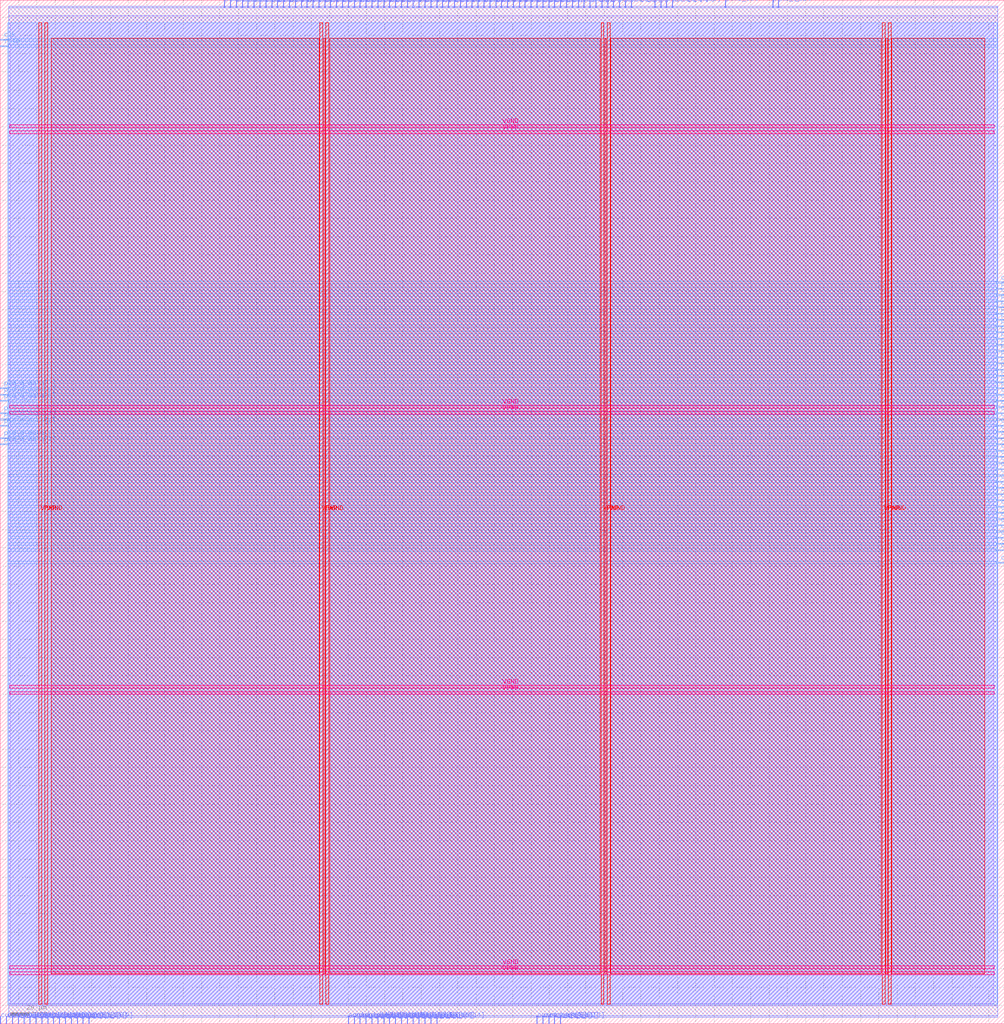
<source format=lef>
VERSION 5.7 ;
  NOWIREEXTENSIONATPIN ON ;
  DIVIDERCHAR "/" ;
  BUSBITCHARS "[]" ;
MACRO top
  CLASS BLOCK ;
  FOREIGN top ;
  ORIGIN 0.000 0.000 ;
  SIZE 548.510 BY 559.230 ;
  PIN VGND
    DIRECTION INOUT ;
    USE GROUND ;
    PORT
      LAYER met4 ;
        RECT 24.340 10.640 25.940 546.960 ;
    END
    PORT
      LAYER met4 ;
        RECT 177.940 10.640 179.540 546.960 ;
    END
    PORT
      LAYER met4 ;
        RECT 331.540 10.640 333.140 546.960 ;
    END
    PORT
      LAYER met4 ;
        RECT 485.140 10.640 486.740 546.960 ;
    END
    PORT
      LAYER met5 ;
        RECT 5.280 30.030 543.040 31.630 ;
    END
    PORT
      LAYER met5 ;
        RECT 5.280 183.210 543.040 184.810 ;
    END
    PORT
      LAYER met5 ;
        RECT 5.280 336.390 543.040 337.990 ;
    END
    PORT
      LAYER met5 ;
        RECT 5.280 489.570 543.040 491.170 ;
    END
  END VGND
  PIN VPWR
    DIRECTION INOUT ;
    USE POWER ;
    PORT
      LAYER met4 ;
        RECT 21.040 10.640 22.640 546.960 ;
    END
    PORT
      LAYER met4 ;
        RECT 174.640 10.640 176.240 546.960 ;
    END
    PORT
      LAYER met4 ;
        RECT 328.240 10.640 329.840 546.960 ;
    END
    PORT
      LAYER met4 ;
        RECT 481.840 10.640 483.440 546.960 ;
    END
    PORT
      LAYER met5 ;
        RECT 5.280 26.730 543.040 28.330 ;
    END
    PORT
      LAYER met5 ;
        RECT 5.280 179.910 543.040 181.510 ;
    END
    PORT
      LAYER met5 ;
        RECT 5.280 333.090 543.040 334.690 ;
    END
    PORT
      LAYER met5 ;
        RECT 5.280 486.270 543.040 487.870 ;
    END
  END VPWR
  PIN angle_in[0]
    DIRECTION INPUT ;
    USE SIGNAL ;
    ANTENNAGATEAREA 0.196500 ;
    PORT
      LAYER met2 ;
        RECT 190.070 0.000 190.350 4.000 ;
    END
  END angle_in[0]
  PIN angle_in[10]
    DIRECTION INPUT ;
    USE SIGNAL ;
    ANTENNAGATEAREA 0.196500 ;
    PORT
      LAYER met2 ;
        RECT 193.290 0.000 193.570 4.000 ;
    END
  END angle_in[10]
  PIN angle_in[11]
    DIRECTION INPUT ;
    USE SIGNAL ;
    ANTENNAGATEAREA 0.196500 ;
    PORT
      LAYER met2 ;
        RECT 202.950 0.000 203.230 4.000 ;
    END
  END angle_in[11]
  PIN angle_in[12]
    DIRECTION INPUT ;
    USE SIGNAL ;
    ANTENNAGATEAREA 0.196500 ;
    PORT
      LAYER met2 ;
        RECT 206.170 0.000 206.450 4.000 ;
    END
  END angle_in[12]
  PIN angle_in[13]
    DIRECTION INPUT ;
    USE SIGNAL ;
    ANTENNAGATEAREA 0.196500 ;
    PORT
      LAYER met2 ;
        RECT 199.730 0.000 200.010 4.000 ;
    END
  END angle_in[13]
  PIN angle_in[14]
    DIRECTION INPUT ;
    USE SIGNAL ;
    ANTENNAGATEAREA 0.196500 ;
    PORT
      LAYER met2 ;
        RECT 238.370 0.000 238.650 4.000 ;
    END
  END angle_in[14]
  PIN angle_in[15]
    DIRECTION INPUT ;
    USE SIGNAL ;
    ANTENNAGATEAREA 0.196500 ;
    PORT
      LAYER met2 ;
        RECT 231.930 0.000 232.210 4.000 ;
    END
  END angle_in[15]
  PIN angle_in[1]
    DIRECTION INPUT ;
    USE SIGNAL ;
    ANTENNAGATEAREA 0.196500 ;
    PORT
      LAYER met2 ;
        RECT 212.610 0.000 212.890 4.000 ;
    END
  END angle_in[1]
  PIN angle_in[2]
    DIRECTION INPUT ;
    USE SIGNAL ;
    ANTENNAGATEAREA 0.196500 ;
    PORT
      LAYER met2 ;
        RECT 196.510 0.000 196.790 4.000 ;
    END
  END angle_in[2]
  PIN angle_in[3]
    DIRECTION INPUT ;
    USE SIGNAL ;
    ANTENNAGATEAREA 0.196500 ;
    PORT
      LAYER met2 ;
        RECT 225.490 0.000 225.770 4.000 ;
    END
  END angle_in[3]
  PIN angle_in[4]
    DIRECTION INPUT ;
    USE SIGNAL ;
    ANTENNAGATEAREA 0.196500 ;
    PORT
      LAYER met2 ;
        RECT 235.150 0.000 235.430 4.000 ;
    END
  END angle_in[4]
  PIN angle_in[5]
    DIRECTION INPUT ;
    USE SIGNAL ;
    ANTENNAGATEAREA 0.196500 ;
    PORT
      LAYER met2 ;
        RECT 219.050 0.000 219.330 4.000 ;
    END
  END angle_in[5]
  PIN angle_in[6]
    DIRECTION INPUT ;
    USE SIGNAL ;
    ANTENNAGATEAREA 0.196500 ;
    PORT
      LAYER met2 ;
        RECT 222.270 0.000 222.550 4.000 ;
    END
  END angle_in[6]
  PIN angle_in[7]
    DIRECTION INPUT ;
    USE SIGNAL ;
    ANTENNAGATEAREA 0.196500 ;
    PORT
      LAYER met2 ;
        RECT 228.710 0.000 228.990 4.000 ;
    END
  END angle_in[7]
  PIN angle_in[8]
    DIRECTION INPUT ;
    USE SIGNAL ;
    ANTENNAGATEAREA 0.196500 ;
    PORT
      LAYER met2 ;
        RECT 215.830 0.000 216.110 4.000 ;
    END
  END angle_in[8]
  PIN angle_in[9]
    DIRECTION INPUT ;
    USE SIGNAL ;
    ANTENNAGATEAREA 0.196500 ;
    PORT
      LAYER met2 ;
        RECT 209.390 0.000 209.670 4.000 ;
    END
  END angle_in[9]
  PIN clk
    DIRECTION INPUT ;
    USE SIGNAL ;
    ANTENNAGATEAREA 0.852000 ;
    PORT
      LAYER met3 ;
        RECT 0.000 537.240 4.000 537.840 ;
    END
  END clk
  PIN currA_in[0]
    DIRECTION INPUT ;
    USE SIGNAL ;
    ANTENNAGATEAREA 0.196500 ;
    PORT
      LAYER met3 ;
        RECT 544.510 251.640 548.510 252.240 ;
    END
  END currA_in[0]
  PIN currA_in[10]
    DIRECTION INPUT ;
    USE SIGNAL ;
    ANTENNAGATEAREA 0.196500 ;
    PORT
      LAYER met3 ;
        RECT 544.510 343.440 548.510 344.040 ;
    END
  END currA_in[10]
  PIN currA_in[11]
    DIRECTION INPUT ;
    USE SIGNAL ;
    ANTENNAGATEAREA 0.196500 ;
    PORT
      LAYER met3 ;
        RECT 544.510 340.040 548.510 340.640 ;
    END
  END currA_in[11]
  PIN currA_in[12]
    DIRECTION INPUT ;
    USE SIGNAL ;
    ANTENNAGATEAREA 0.196500 ;
    PORT
      LAYER met3 ;
        RECT 544.510 302.640 548.510 303.240 ;
    END
  END currA_in[12]
  PIN currA_in[13]
    DIRECTION INPUT ;
    USE SIGNAL ;
    ANTENNAGATEAREA 0.196500 ;
    PORT
      LAYER met3 ;
        RECT 544.510 323.040 548.510 323.640 ;
    END
  END currA_in[13]
  PIN currA_in[14]
    DIRECTION INPUT ;
    USE SIGNAL ;
    ANTENNAGATEAREA 0.196500 ;
    PORT
      LAYER met3 ;
        RECT 544.510 333.240 548.510 333.840 ;
    END
  END currA_in[14]
  PIN currA_in[15]
    DIRECTION INPUT ;
    USE SIGNAL ;
    ANTENNAGATEAREA 0.196500 ;
    PORT
      LAYER met3 ;
        RECT 544.510 329.840 548.510 330.440 ;
    END
  END currA_in[15]
  PIN currA_in[1]
    DIRECTION INPUT ;
    USE SIGNAL ;
    ANTENNAGATEAREA 0.196500 ;
    PORT
      LAYER met2 ;
        RECT 293.110 0.000 293.390 4.000 ;
    END
  END currA_in[1]
  PIN currA_in[2]
    DIRECTION INPUT ;
    USE SIGNAL ;
    ANTENNAGATEAREA 0.196500 ;
    PORT
      LAYER met2 ;
        RECT 302.770 0.000 303.050 4.000 ;
    END
  END currA_in[2]
  PIN currA_in[3]
    DIRECTION INPUT ;
    USE SIGNAL ;
    ANTENNAGATEAREA 0.196500 ;
    PORT
      LAYER met2 ;
        RECT 305.990 0.000 306.270 4.000 ;
    END
  END currA_in[3]
  PIN currA_in[4]
    DIRECTION INPUT ;
    USE SIGNAL ;
    ANTENNAGATEAREA 0.196500 ;
    PORT
      LAYER met2 ;
        RECT 299.550 0.000 299.830 4.000 ;
    END
  END currA_in[4]
  PIN currA_in[5]
    DIRECTION INPUT ;
    USE SIGNAL ;
    ANTENNAGATEAREA 0.196500 ;
    PORT
      LAYER met2 ;
        RECT 296.330 0.000 296.610 4.000 ;
    END
  END currA_in[5]
  PIN currA_in[6]
    DIRECTION INPUT ;
    USE SIGNAL ;
    ANTENNAGATEAREA 0.196500 ;
    PORT
      LAYER met3 ;
        RECT 544.510 258.440 548.510 259.040 ;
    END
  END currA_in[6]
  PIN currA_in[7]
    DIRECTION INPUT ;
    USE SIGNAL ;
    ANTENNAGATEAREA 0.196500 ;
    PORT
      LAYER met3 ;
        RECT 544.510 275.440 548.510 276.040 ;
    END
  END currA_in[7]
  PIN currA_in[8]
    DIRECTION INPUT ;
    USE SIGNAL ;
    ANTENNAGATEAREA 0.196500 ;
    PORT
      LAYER met3 ;
        RECT 544.510 289.040 548.510 289.640 ;
    END
  END currA_in[8]
  PIN currA_in[9]
    DIRECTION INPUT ;
    USE SIGNAL ;
    ANTENNAGATEAREA 0.196500 ;
    PORT
      LAYER met3 ;
        RECT 544.510 295.840 548.510 296.440 ;
    END
  END currA_in[9]
  PIN currB_in[0]
    DIRECTION INPUT ;
    USE SIGNAL ;
    ANTENNAGATEAREA 0.196500 ;
    PORT
      LAYER met3 ;
        RECT 544.510 299.240 548.510 299.840 ;
    END
  END currB_in[0]
  PIN currB_in[10]
    DIRECTION INPUT ;
    USE SIGNAL ;
    ANTENNAGATEAREA 0.196500 ;
    PORT
      LAYER met3 ;
        RECT 544.510 306.040 548.510 306.640 ;
    END
  END currB_in[10]
  PIN currB_in[11]
    DIRECTION INPUT ;
    USE SIGNAL ;
    ANTENNAGATEAREA 0.196500 ;
    PORT
      LAYER met3 ;
        RECT 544.510 309.440 548.510 310.040 ;
    END
  END currB_in[11]
  PIN currB_in[12]
    DIRECTION INPUT ;
    USE SIGNAL ;
    ANTENNAGATEAREA 0.196500 ;
    PORT
      LAYER met3 ;
        RECT 544.510 272.040 548.510 272.640 ;
    END
  END currB_in[12]
  PIN currB_in[13]
    DIRECTION INPUT ;
    USE SIGNAL ;
    ANTENNAGATEAREA 0.196500 ;
    PORT
      LAYER met3 ;
        RECT 544.510 316.240 548.510 316.840 ;
    END
  END currB_in[13]
  PIN currB_in[14]
    DIRECTION INPUT ;
    USE SIGNAL ;
    ANTENNAGATEAREA 0.196500 ;
    PORT
      LAYER met3 ;
        RECT 544.510 336.640 548.510 337.240 ;
    END
  END currB_in[14]
  PIN currB_in[15]
    DIRECTION INPUT ;
    USE SIGNAL ;
    ANTENNAGATEAREA 0.196500 ;
    PORT
      LAYER met3 ;
        RECT 544.510 319.640 548.510 320.240 ;
    END
  END currB_in[15]
  PIN currB_in[1]
    DIRECTION INPUT ;
    USE SIGNAL ;
    ANTENNAGATEAREA 0.196500 ;
    PORT
      LAYER met3 ;
        RECT 544.510 292.440 548.510 293.040 ;
    END
  END currB_in[1]
  PIN currB_in[2]
    DIRECTION INPUT ;
    USE SIGNAL ;
    ANTENNAGATEAREA 0.196500 ;
    PORT
      LAYER met3 ;
        RECT 544.510 285.640 548.510 286.240 ;
    END
  END currB_in[2]
  PIN currB_in[3]
    DIRECTION INPUT ;
    USE SIGNAL ;
    ANTENNAGATEAREA 0.196500 ;
    PORT
      LAYER met3 ;
        RECT 544.510 282.240 548.510 282.840 ;
    END
  END currB_in[3]
  PIN currB_in[4]
    DIRECTION INPUT ;
    USE SIGNAL ;
    ANTENNAGATEAREA 0.196500 ;
    PORT
      LAYER met3 ;
        RECT 544.510 261.840 548.510 262.440 ;
    END
  END currB_in[4]
  PIN currB_in[5]
    DIRECTION INPUT ;
    USE SIGNAL ;
    ANTENNAGATEAREA 0.196500 ;
    PORT
      LAYER met3 ;
        RECT 544.510 312.840 548.510 313.440 ;
    END
  END currB_in[5]
  PIN currB_in[6]
    DIRECTION INPUT ;
    USE SIGNAL ;
    ANTENNAGATEAREA 0.196500 ;
    PORT
      LAYER met3 ;
        RECT 544.510 326.440 548.510 327.040 ;
    END
  END currB_in[6]
  PIN currB_in[7]
    DIRECTION INPUT ;
    USE SIGNAL ;
    ANTENNAGATEAREA 0.196500 ;
    PORT
      LAYER met3 ;
        RECT 544.510 265.240 548.510 265.840 ;
    END
  END currB_in[7]
  PIN currB_in[8]
    DIRECTION INPUT ;
    USE SIGNAL ;
    ANTENNAGATEAREA 0.196500 ;
    PORT
      LAYER met3 ;
        RECT 544.510 268.640 548.510 269.240 ;
    END
  END currB_in[8]
  PIN currB_in[9]
    DIRECTION INPUT ;
    USE SIGNAL ;
    ANTENNAGATEAREA 0.196500 ;
    PORT
      LAYER met3 ;
        RECT 544.510 278.840 548.510 279.440 ;
    END
  END currB_in[9]
  PIN currC_in[0]
    DIRECTION INPUT ;
    USE SIGNAL ;
    PORT
      LAYER met2 ;
        RECT 0.090 0.000 0.370 4.000 ;
    END
  END currC_in[0]
  PIN currC_in[10]
    DIRECTION INPUT ;
    USE SIGNAL ;
    PORT
      LAYER met2 ;
        RECT 3.310 0.000 3.590 4.000 ;
    END
  END currC_in[10]
  PIN currC_in[11]
    DIRECTION INPUT ;
    USE SIGNAL ;
    PORT
      LAYER met2 ;
        RECT 6.530 0.000 6.810 4.000 ;
    END
  END currC_in[11]
  PIN currC_in[12]
    DIRECTION INPUT ;
    USE SIGNAL ;
    PORT
      LAYER met2 ;
        RECT 9.750 0.000 10.030 4.000 ;
    END
  END currC_in[12]
  PIN currC_in[13]
    DIRECTION INPUT ;
    USE SIGNAL ;
    PORT
      LAYER met2 ;
        RECT 12.970 0.000 13.250 4.000 ;
    END
  END currC_in[13]
  PIN currC_in[14]
    DIRECTION INPUT ;
    USE SIGNAL ;
    PORT
      LAYER met2 ;
        RECT 16.190 0.000 16.470 4.000 ;
    END
  END currC_in[14]
  PIN currC_in[15]
    DIRECTION INPUT ;
    USE SIGNAL ;
    PORT
      LAYER met2 ;
        RECT 19.410 0.000 19.690 4.000 ;
    END
  END currC_in[15]
  PIN currC_in[1]
    DIRECTION INPUT ;
    USE SIGNAL ;
    PORT
      LAYER met2 ;
        RECT 22.630 0.000 22.910 4.000 ;
    END
  END currC_in[1]
  PIN currC_in[2]
    DIRECTION INPUT ;
    USE SIGNAL ;
    PORT
      LAYER met2 ;
        RECT 25.850 0.000 26.130 4.000 ;
    END
  END currC_in[2]
  PIN currC_in[3]
    DIRECTION INPUT ;
    USE SIGNAL ;
    PORT
      LAYER met2 ;
        RECT 29.070 0.000 29.350 4.000 ;
    END
  END currC_in[3]
  PIN currC_in[4]
    DIRECTION INPUT ;
    USE SIGNAL ;
    PORT
      LAYER met2 ;
        RECT 32.290 0.000 32.570 4.000 ;
    END
  END currC_in[4]
  PIN currC_in[5]
    DIRECTION INPUT ;
    USE SIGNAL ;
    PORT
      LAYER met2 ;
        RECT 35.510 0.000 35.790 4.000 ;
    END
  END currC_in[5]
  PIN currC_in[6]
    DIRECTION INPUT ;
    USE SIGNAL ;
    PORT
      LAYER met2 ;
        RECT 38.730 0.000 39.010 4.000 ;
    END
  END currC_in[6]
  PIN currC_in[7]
    DIRECTION INPUT ;
    USE SIGNAL ;
    PORT
      LAYER met2 ;
        RECT 41.950 0.000 42.230 4.000 ;
    END
  END currC_in[7]
  PIN currC_in[8]
    DIRECTION INPUT ;
    USE SIGNAL ;
    PORT
      LAYER met2 ;
        RECT 45.170 0.000 45.450 4.000 ;
    END
  END currC_in[8]
  PIN currC_in[9]
    DIRECTION INPUT ;
    USE SIGNAL ;
    PORT
      LAYER met2 ;
        RECT 48.390 0.000 48.670 4.000 ;
    END
  END currC_in[9]
  PIN currT_in[0]
    DIRECTION INPUT ;
    USE SIGNAL ;
    ANTENNAGATEAREA 0.196500 ;
    PORT
      LAYER met2 ;
        RECT 309.210 555.230 309.490 559.230 ;
    END
  END currT_in[0]
  PIN currT_in[10]
    DIRECTION INPUT ;
    USE SIGNAL ;
    ANTENNAGATEAREA 0.196500 ;
    PORT
      LAYER met2 ;
        RECT 360.730 555.230 361.010 559.230 ;
    END
  END currT_in[10]
  PIN currT_in[11]
    DIRECTION INPUT ;
    USE SIGNAL ;
    ANTENNAGATEAREA 0.196500 ;
    PORT
      LAYER met3 ;
        RECT 544.510 397.840 548.510 398.440 ;
    END
  END currT_in[11]
  PIN currT_in[12]
    DIRECTION INPUT ;
    USE SIGNAL ;
    ANTENNAGATEAREA 0.196500 ;
    PORT
      LAYER met3 ;
        RECT 544.510 404.640 548.510 405.240 ;
    END
  END currT_in[12]
  PIN currT_in[13]
    DIRECTION INPUT ;
    USE SIGNAL ;
    ANTENNAGATEAREA 0.196500 ;
    PORT
      LAYER met2 ;
        RECT 367.170 555.230 367.450 559.230 ;
    END
  END currT_in[13]
  PIN currT_in[14]
    DIRECTION INPUT ;
    USE SIGNAL ;
    ANTENNAGATEAREA 0.196500 ;
    PORT
      LAYER met2 ;
        RECT 357.510 555.230 357.790 559.230 ;
    END
  END currT_in[14]
  PIN currT_in[15]
    DIRECTION INPUT ;
    USE SIGNAL ;
    ANTENNAGATEAREA 0.196500 ;
    PORT
      LAYER met2 ;
        RECT 363.950 555.230 364.230 559.230 ;
    END
  END currT_in[15]
  PIN currT_in[1]
    DIRECTION INPUT ;
    USE SIGNAL ;
    ANTENNAGATEAREA 0.196500 ;
    PORT
      LAYER met2 ;
        RECT 312.430 555.230 312.710 559.230 ;
    END
  END currT_in[1]
  PIN currT_in[2]
    DIRECTION INPUT ;
    USE SIGNAL ;
    ANTENNAGATEAREA 0.196500 ;
    PORT
      LAYER met2 ;
        RECT 322.090 555.230 322.370 559.230 ;
    END
  END currT_in[2]
  PIN currT_in[3]
    DIRECTION INPUT ;
    USE SIGNAL ;
    ANTENNAGATEAREA 0.196500 ;
    PORT
      LAYER met2 ;
        RECT 341.410 555.230 341.690 559.230 ;
    END
  END currT_in[3]
  PIN currT_in[4]
    DIRECTION INPUT ;
    USE SIGNAL ;
    ANTENNAGATEAREA 0.196500 ;
    PORT
      LAYER met2 ;
        RECT 334.970 555.230 335.250 559.230 ;
    END
  END currT_in[4]
  PIN currT_in[5]
    DIRECTION INPUT ;
    USE SIGNAL ;
    ANTENNAGATEAREA 0.196500 ;
    PORT
      LAYER met2 ;
        RECT 338.190 555.230 338.470 559.230 ;
    END
  END currT_in[5]
  PIN currT_in[6]
    DIRECTION INPUT ;
    USE SIGNAL ;
    ANTENNAGATEAREA 0.196500 ;
    PORT
      LAYER met2 ;
        RECT 331.750 555.230 332.030 559.230 ;
    END
  END currT_in[6]
  PIN currT_in[7]
    DIRECTION INPUT ;
    USE SIGNAL ;
    ANTENNAGATEAREA 0.196500 ;
    PORT
      LAYER met2 ;
        RECT 315.650 555.230 315.930 559.230 ;
    END
  END currT_in[7]
  PIN currT_in[8]
    DIRECTION INPUT ;
    USE SIGNAL ;
    ANTENNAGATEAREA 0.196500 ;
    PORT
      LAYER met2 ;
        RECT 318.870 555.230 319.150 559.230 ;
    END
  END currT_in[8]
  PIN currT_in[9]
    DIRECTION INPUT ;
    USE SIGNAL ;
    ANTENNAGATEAREA 0.196500 ;
    PORT
      LAYER met2 ;
        RECT 344.630 555.230 344.910 559.230 ;
    END
  END currT_in[9]
  PIN periodTop[0]
    DIRECTION INPUT ;
    USE SIGNAL ;
    ANTENNAGATEAREA 0.196500 ;
    PORT
      LAYER met3 ;
        RECT 544.510 391.040 548.510 391.640 ;
    END
  END periodTop[0]
  PIN periodTop[10]
    DIRECTION INPUT ;
    USE SIGNAL ;
    ANTENNAGATEAREA 0.196500 ;
    PORT
      LAYER met3 ;
        RECT 544.510 346.840 548.510 347.440 ;
    END
  END periodTop[10]
  PIN periodTop[11]
    DIRECTION INPUT ;
    USE SIGNAL ;
    ANTENNAGATEAREA 0.196500 ;
    PORT
      LAYER met3 ;
        RECT 544.510 401.240 548.510 401.840 ;
    END
  END periodTop[11]
  PIN periodTop[12]
    DIRECTION INPUT ;
    USE SIGNAL ;
    ANTENNAGATEAREA 0.196500 ;
    PORT
      LAYER met3 ;
        RECT 544.510 380.840 548.510 381.440 ;
    END
  END periodTop[12]
  PIN periodTop[13]
    DIRECTION INPUT ;
    USE SIGNAL ;
    ANTENNAGATEAREA 0.196500 ;
    PORT
      LAYER met3 ;
        RECT 544.510 387.640 548.510 388.240 ;
    END
  END periodTop[13]
  PIN periodTop[14]
    DIRECTION INPUT ;
    USE SIGNAL ;
    ANTENNAGATEAREA 0.196500 ;
    PORT
      LAYER met3 ;
        RECT 544.510 367.240 548.510 367.840 ;
    END
  END periodTop[14]
  PIN periodTop[15]
    DIRECTION INPUT ;
    USE SIGNAL ;
    ANTENNAGATEAREA 0.196500 ;
    PORT
      LAYER met3 ;
        RECT 544.510 353.640 548.510 354.240 ;
    END
  END periodTop[15]
  PIN periodTop[1]
    DIRECTION INPUT ;
    USE SIGNAL ;
    ANTENNAGATEAREA 0.196500 ;
    PORT
      LAYER met3 ;
        RECT 544.510 384.240 548.510 384.840 ;
    END
  END periodTop[1]
  PIN periodTop[2]
    DIRECTION INPUT ;
    USE SIGNAL ;
    ANTENNAGATEAREA 0.196500 ;
    PORT
      LAYER met3 ;
        RECT 544.510 374.040 548.510 374.640 ;
    END
  END periodTop[2]
  PIN periodTop[3]
    DIRECTION INPUT ;
    USE SIGNAL ;
    ANTENNAGATEAREA 0.196500 ;
    PORT
      LAYER met3 ;
        RECT 544.510 350.240 548.510 350.840 ;
    END
  END periodTop[3]
  PIN periodTop[4]
    DIRECTION INPUT ;
    USE SIGNAL ;
    ANTENNAGATEAREA 0.196500 ;
    PORT
      LAYER met3 ;
        RECT 544.510 357.040 548.510 357.640 ;
    END
  END periodTop[4]
  PIN periodTop[5]
    DIRECTION INPUT ;
    USE SIGNAL ;
    ANTENNAGATEAREA 0.196500 ;
    PORT
      LAYER met3 ;
        RECT 544.510 360.440 548.510 361.040 ;
    END
  END periodTop[5]
  PIN periodTop[6]
    DIRECTION INPUT ;
    USE SIGNAL ;
    ANTENNAGATEAREA 0.196500 ;
    PORT
      LAYER met3 ;
        RECT 544.510 363.840 548.510 364.440 ;
    END
  END periodTop[6]
  PIN periodTop[7]
    DIRECTION INPUT ;
    USE SIGNAL ;
    ANTENNAGATEAREA 0.196500 ;
    PORT
      LAYER met3 ;
        RECT 544.510 377.440 548.510 378.040 ;
    END
  END periodTop[7]
  PIN periodTop[8]
    DIRECTION INPUT ;
    USE SIGNAL ;
    ANTENNAGATEAREA 0.196500 ;
    PORT
      LAYER met3 ;
        RECT 544.510 394.440 548.510 395.040 ;
    END
  END periodTop[8]
  PIN periodTop[9]
    DIRECTION INPUT ;
    USE SIGNAL ;
    ANTENNAGATEAREA 0.196500 ;
    PORT
      LAYER met3 ;
        RECT 544.510 370.640 548.510 371.240 ;
    END
  END periodTop[9]
  PIN pid_d_addr[0]
    DIRECTION INPUT ;
    USE SIGNAL ;
    ANTENNAGATEAREA 0.196500 ;
    PORT
      LAYER met2 ;
        RECT 305.990 555.230 306.270 559.230 ;
    END
  END pid_d_addr[0]
  PIN pid_d_addr[10]
    DIRECTION INPUT ;
    USE SIGNAL ;
    ANTENNAGATEAREA 0.196500 ;
    PORT
      LAYER met2 ;
        RECT 122.450 555.230 122.730 559.230 ;
    END
  END pid_d_addr[10]
  PIN pid_d_addr[11]
    DIRECTION INPUT ;
    USE SIGNAL ;
    ANTENNAGATEAREA 0.196500 ;
    PORT
      LAYER met2 ;
        RECT 135.330 555.230 135.610 559.230 ;
    END
  END pid_d_addr[11]
  PIN pid_d_addr[12]
    DIRECTION INPUT ;
    USE SIGNAL ;
    ANTENNAGATEAREA 0.196500 ;
    PORT
      LAYER met2 ;
        RECT 138.550 555.230 138.830 559.230 ;
    END
  END pid_d_addr[12]
  PIN pid_d_addr[13]
    DIRECTION INPUT ;
    USE SIGNAL ;
    ANTENNAGATEAREA 0.196500 ;
    PORT
      LAYER met2 ;
        RECT 183.630 555.230 183.910 559.230 ;
    END
  END pid_d_addr[13]
  PIN pid_d_addr[14]
    DIRECTION INPUT ;
    USE SIGNAL ;
    ANTENNAGATEAREA 0.196500 ;
    PORT
      LAYER met2 ;
        RECT 144.990 555.230 145.270 559.230 ;
    END
  END pid_d_addr[14]
  PIN pid_d_addr[15]
    DIRECTION INPUT ;
    USE SIGNAL ;
    ANTENNAGATEAREA 0.196500 ;
    PORT
      LAYER met2 ;
        RECT 219.050 555.230 219.330 559.230 ;
    END
  END pid_d_addr[15]
  PIN pid_d_addr[1]
    DIRECTION INPUT ;
    USE SIGNAL ;
    ANTENNAGATEAREA 0.196500 ;
    PORT
      LAYER met2 ;
        RECT 190.070 555.230 190.350 559.230 ;
    END
  END pid_d_addr[1]
  PIN pid_d_addr[2]
    DIRECTION INPUT ;
    USE SIGNAL ;
    ANTENNAGATEAREA 0.196500 ;
    PORT
      LAYER met2 ;
        RECT 125.670 555.230 125.950 559.230 ;
    END
  END pid_d_addr[2]
  PIN pid_d_addr[3]
    DIRECTION INPUT ;
    USE SIGNAL ;
    ANTENNAGATEAREA 0.196500 ;
    PORT
      LAYER met2 ;
        RECT 225.490 555.230 225.770 559.230 ;
    END
  END pid_d_addr[3]
  PIN pid_d_addr[4]
    DIRECTION INPUT ;
    USE SIGNAL ;
    ANTENNAGATEAREA 0.196500 ;
    PORT
      LAYER met2 ;
        RECT 132.110 555.230 132.390 559.230 ;
    END
  END pid_d_addr[4]
  PIN pid_d_addr[5]
    DIRECTION INPUT ;
    USE SIGNAL ;
    ANTENNAGATEAREA 0.196500 ;
    PORT
      LAYER met2 ;
        RECT 161.090 555.230 161.370 559.230 ;
    END
  END pid_d_addr[5]
  PIN pid_d_addr[6]
    DIRECTION INPUT ;
    USE SIGNAL ;
    ANTENNAGATEAREA 0.196500 ;
    PORT
      LAYER met2 ;
        RECT 222.270 555.230 222.550 559.230 ;
    END
  END pid_d_addr[6]
  PIN pid_d_addr[7]
    DIRECTION INPUT ;
    USE SIGNAL ;
    ANTENNAGATEAREA 0.196500 ;
    PORT
      LAYER met2 ;
        RECT 164.310 555.230 164.590 559.230 ;
    END
  END pid_d_addr[7]
  PIN pid_d_addr[8]
    DIRECTION INPUT ;
    USE SIGNAL ;
    ANTENNAGATEAREA 0.196500 ;
    PORT
      LAYER met2 ;
        RECT 186.850 555.230 187.130 559.230 ;
    END
  END pid_d_addr[8]
  PIN pid_d_addr[9]
    DIRECTION INPUT ;
    USE SIGNAL ;
    ANTENNAGATEAREA 0.196500 ;
    PORT
      LAYER met2 ;
        RECT 215.830 555.230 216.110 559.230 ;
    END
  END pid_d_addr[9]
  PIN pid_d_data[0]
    DIRECTION INPUT ;
    USE SIGNAL ;
    ANTENNAGATEAREA 0.196500 ;
    PORT
      LAYER met3 ;
        RECT 0.000 333.240 4.000 333.840 ;
    END
  END pid_d_data[0]
  PIN pid_d_data[10]
    DIRECTION INPUT ;
    USE SIGNAL ;
    ANTENNAGATEAREA 0.196500 ;
    PORT
      LAYER met2 ;
        RECT 167.530 555.230 167.810 559.230 ;
    END
  END pid_d_data[10]
  PIN pid_d_data[11]
    DIRECTION INPUT ;
    USE SIGNAL ;
    ANTENNAGATEAREA 0.196500 ;
    PORT
      LAYER met2 ;
        RECT 199.730 555.230 200.010 559.230 ;
    END
  END pid_d_data[11]
  PIN pid_d_data[12]
    DIRECTION INPUT ;
    USE SIGNAL ;
    ANTENNAGATEAREA 0.196500 ;
    PORT
      LAYER met2 ;
        RECT 231.930 555.230 232.210 559.230 ;
    END
  END pid_d_data[12]
  PIN pid_d_data[13]
    DIRECTION INPUT ;
    USE SIGNAL ;
    ANTENNAGATEAREA 0.196500 ;
    PORT
      LAYER met2 ;
        RECT 202.950 555.230 203.230 559.230 ;
    END
  END pid_d_data[13]
  PIN pid_d_data[14]
    DIRECTION INPUT ;
    USE SIGNAL ;
    ANTENNAGATEAREA 0.196500 ;
    PORT
      LAYER met2 ;
        RECT 148.210 555.230 148.490 559.230 ;
    END
  END pid_d_data[14]
  PIN pid_d_data[15]
    DIRECTION INPUT ;
    USE SIGNAL ;
    ANTENNAGATEAREA 0.196500 ;
    PORT
      LAYER met2 ;
        RECT 157.870 555.230 158.150 559.230 ;
    END
  END pid_d_data[15]
  PIN pid_d_data[1]
    DIRECTION INPUT ;
    USE SIGNAL ;
    ANTENNAGATEAREA 0.196500 ;
    PORT
      LAYER met3 ;
        RECT 0.000 316.240 4.000 316.840 ;
    END
  END pid_d_data[1]
  PIN pid_d_data[2]
    DIRECTION INPUT ;
    USE SIGNAL ;
    ANTENNAGATEAREA 0.196500 ;
    PORT
      LAYER met3 ;
        RECT 0.000 326.440 4.000 327.040 ;
    END
  END pid_d_data[2]
  PIN pid_d_data[3]
    DIRECTION INPUT ;
    USE SIGNAL ;
    ANTENNAGATEAREA 0.196500 ;
    PORT
      LAYER met3 ;
        RECT 0.000 319.640 4.000 320.240 ;
    END
  END pid_d_data[3]
  PIN pid_d_data[4]
    DIRECTION INPUT ;
    USE SIGNAL ;
    ANTENNAGATEAREA 0.196500 ;
    PORT
      LAYER met3 ;
        RECT 0.000 329.840 4.000 330.440 ;
    END
  END pid_d_data[4]
  PIN pid_d_data[5]
    DIRECTION INPUT ;
    USE SIGNAL ;
    ANTENNAGATEAREA 0.196500 ;
    PORT
      LAYER met3 ;
        RECT 0.000 343.440 4.000 344.040 ;
    END
  END pid_d_data[5]
  PIN pid_d_data[6]
    DIRECTION INPUT ;
    USE SIGNAL ;
    ANTENNAGATEAREA 0.196500 ;
    PORT
      LAYER met3 ;
        RECT 0.000 340.040 4.000 340.640 ;
    END
  END pid_d_data[6]
  PIN pid_d_data[7]
    DIRECTION INPUT ;
    USE SIGNAL ;
    ANTENNAGATEAREA 0.196500 ;
    PORT
      LAYER met3 ;
        RECT 0.000 346.840 4.000 347.440 ;
    END
  END pid_d_data[7]
  PIN pid_d_data[8]
    DIRECTION INPUT ;
    USE SIGNAL ;
    ANTENNAGATEAREA 0.196500 ;
    PORT
      LAYER met2 ;
        RECT 196.510 555.230 196.790 559.230 ;
    END
  END pid_d_data[8]
  PIN pid_d_data[9]
    DIRECTION INPUT ;
    USE SIGNAL ;
    ANTENNAGATEAREA 0.196500 ;
    PORT
      LAYER met2 ;
        RECT 170.750 555.230 171.030 559.230 ;
    END
  END pid_d_data[9]
  PIN pid_d_wen
    DIRECTION INPUT ;
    USE SIGNAL ;
    ANTENNAGATEAREA 0.196500 ;
    PORT
      LAYER met2 ;
        RECT 299.550 555.230 299.830 559.230 ;
    END
  END pid_d_wen
  PIN pid_q_addr[0]
    DIRECTION INPUT ;
    USE SIGNAL ;
    ANTENNAGATEAREA 0.196500 ;
    PORT
      LAYER met2 ;
        RECT 286.670 555.230 286.950 559.230 ;
    END
  END pid_q_addr[0]
  PIN pid_q_addr[10]
    DIRECTION INPUT ;
    USE SIGNAL ;
    ANTENNAGATEAREA 0.196500 ;
    PORT
      LAYER met2 ;
        RECT 241.590 555.230 241.870 559.230 ;
    END
  END pid_q_addr[10]
  PIN pid_q_addr[11]
    DIRECTION INPUT ;
    USE SIGNAL ;
    ANTENNAGATEAREA 0.196500 ;
    PORT
      LAYER met2 ;
        RECT 251.250 555.230 251.530 559.230 ;
    END
  END pid_q_addr[11]
  PIN pid_q_addr[12]
    DIRECTION INPUT ;
    USE SIGNAL ;
    ANTENNAGATEAREA 0.196500 ;
    PORT
      LAYER met2 ;
        RECT 254.470 555.230 254.750 559.230 ;
    END
  END pid_q_addr[12]
  PIN pid_q_addr[13]
    DIRECTION INPUT ;
    USE SIGNAL ;
    ANTENNAGATEAREA 0.196500 ;
    PORT
      LAYER met2 ;
        RECT 257.690 555.230 257.970 559.230 ;
    END
  END pid_q_addr[13]
  PIN pid_q_addr[14]
    DIRECTION INPUT ;
    USE SIGNAL ;
    ANTENNAGATEAREA 0.196500 ;
    PORT
      LAYER met2 ;
        RECT 260.910 555.230 261.190 559.230 ;
    END
  END pid_q_addr[14]
  PIN pid_q_addr[15]
    DIRECTION INPUT ;
    USE SIGNAL ;
    ANTENNAGATEAREA 0.196500 ;
    PORT
      LAYER met2 ;
        RECT 264.130 555.230 264.410 559.230 ;
    END
  END pid_q_addr[15]
  PIN pid_q_addr[1]
    DIRECTION INPUT ;
    USE SIGNAL ;
    ANTENNAGATEAREA 0.196500 ;
    PORT
      LAYER met2 ;
        RECT 267.350 555.230 267.630 559.230 ;
    END
  END pid_q_addr[1]
  PIN pid_q_addr[2]
    DIRECTION INPUT ;
    USE SIGNAL ;
    ANTENNAGATEAREA 0.196500 ;
    PORT
      LAYER met2 ;
        RECT 270.570 555.230 270.850 559.230 ;
    END
  END pid_q_addr[2]
  PIN pid_q_addr[3]
    DIRECTION INPUT ;
    USE SIGNAL ;
    ANTENNAGATEAREA 0.196500 ;
    PORT
      LAYER met2 ;
        RECT 273.790 555.230 274.070 559.230 ;
    END
  END pid_q_addr[3]
  PIN pid_q_addr[4]
    DIRECTION INPUT ;
    USE SIGNAL ;
    ANTENNAGATEAREA 0.196500 ;
    PORT
      LAYER met2 ;
        RECT 277.010 555.230 277.290 559.230 ;
    END
  END pid_q_addr[4]
  PIN pid_q_addr[5]
    DIRECTION INPUT ;
    USE SIGNAL ;
    ANTENNAGATEAREA 0.196500 ;
    PORT
      LAYER met2 ;
        RECT 280.230 555.230 280.510 559.230 ;
    END
  END pid_q_addr[5]
  PIN pid_q_addr[6]
    DIRECTION INPUT ;
    USE SIGNAL ;
    ANTENNAGATEAREA 0.196500 ;
    PORT
      LAYER met2 ;
        RECT 283.450 555.230 283.730 559.230 ;
    END
  END pid_q_addr[6]
  PIN pid_q_addr[7]
    DIRECTION INPUT ;
    USE SIGNAL ;
    ANTENNAGATEAREA 0.196500 ;
    PORT
      LAYER met2 ;
        RECT 296.330 555.230 296.610 559.230 ;
    END
  END pid_q_addr[7]
  PIN pid_q_addr[8]
    DIRECTION INPUT ;
    USE SIGNAL ;
    ANTENNAGATEAREA 0.196500 ;
    PORT
      LAYER met2 ;
        RECT 289.890 555.230 290.170 559.230 ;
    END
  END pid_q_addr[8]
  PIN pid_q_addr[9]
    DIRECTION INPUT ;
    USE SIGNAL ;
    ANTENNAGATEAREA 0.196500 ;
    PORT
      LAYER met2 ;
        RECT 248.030 555.230 248.310 559.230 ;
    END
  END pid_q_addr[9]
  PIN pid_q_data[0]
    DIRECTION INPUT ;
    USE SIGNAL ;
    ANTENNAGATEAREA 0.196500 ;
    PORT
      LAYER met2 ;
        RECT 244.810 555.230 245.090 559.230 ;
    END
  END pid_q_data[0]
  PIN pid_q_data[10]
    DIRECTION INPUT ;
    USE SIGNAL ;
    ANTENNAGATEAREA 0.196500 ;
    PORT
      LAYER met2 ;
        RECT 128.890 555.230 129.170 559.230 ;
    END
  END pid_q_data[10]
  PIN pid_q_data[11]
    DIRECTION INPUT ;
    USE SIGNAL ;
    ANTENNAGATEAREA 0.196500 ;
    PORT
      LAYER met2 ;
        RECT 212.610 555.230 212.890 559.230 ;
    END
  END pid_q_data[11]
  PIN pid_q_data[12]
    DIRECTION INPUT ;
    USE SIGNAL ;
    ANTENNAGATEAREA 0.196500 ;
    PORT
      LAYER met2 ;
        RECT 209.390 555.230 209.670 559.230 ;
    END
  END pid_q_data[12]
  PIN pid_q_data[13]
    DIRECTION INPUT ;
    USE SIGNAL ;
    ANTENNAGATEAREA 0.196500 ;
    PORT
      LAYER met2 ;
        RECT 235.150 555.230 235.430 559.230 ;
    END
  END pid_q_data[13]
  PIN pid_q_data[14]
    DIRECTION INPUT ;
    USE SIGNAL ;
    ANTENNAGATEAREA 0.196500 ;
    PORT
      LAYER met2 ;
        RECT 228.710 555.230 228.990 559.230 ;
    END
  END pid_q_data[14]
  PIN pid_q_data[15]
    DIRECTION INPUT ;
    USE SIGNAL ;
    ANTENNAGATEAREA 0.196500 ;
    PORT
      LAYER met2 ;
        RECT 293.110 555.230 293.390 559.230 ;
    END
  END pid_q_data[15]
  PIN pid_q_data[1]
    DIRECTION INPUT ;
    USE SIGNAL ;
    ANTENNAGATEAREA 0.196500 ;
    PORT
      LAYER met2 ;
        RECT 238.370 555.230 238.650 559.230 ;
    END
  END pid_q_data[1]
  PIN pid_q_data[2]
    DIRECTION INPUT ;
    USE SIGNAL ;
    ANTENNAGATEAREA 0.196500 ;
    PORT
      LAYER met2 ;
        RECT 154.650 555.230 154.930 559.230 ;
    END
  END pid_q_data[2]
  PIN pid_q_data[3]
    DIRECTION INPUT ;
    USE SIGNAL ;
    ANTENNAGATEAREA 0.196500 ;
    PORT
      LAYER met2 ;
        RECT 206.170 555.230 206.450 559.230 ;
    END
  END pid_q_data[3]
  PIN pid_q_data[4]
    DIRECTION INPUT ;
    USE SIGNAL ;
    ANTENNAGATEAREA 0.196500 ;
    PORT
      LAYER met2 ;
        RECT 193.290 555.230 193.570 559.230 ;
    END
  END pid_q_data[4]
  PIN pid_q_data[5]
    DIRECTION INPUT ;
    USE SIGNAL ;
    ANTENNAGATEAREA 0.196500 ;
    PORT
      LAYER met2 ;
        RECT 151.430 555.230 151.710 559.230 ;
    END
  END pid_q_data[5]
  PIN pid_q_data[6]
    DIRECTION INPUT ;
    USE SIGNAL ;
    ANTENNAGATEAREA 0.196500 ;
    PORT
      LAYER met2 ;
        RECT 173.970 555.230 174.250 559.230 ;
    END
  END pid_q_data[6]
  PIN pid_q_data[7]
    DIRECTION INPUT ;
    USE SIGNAL ;
    ANTENNAGATEAREA 0.196500 ;
    PORT
      LAYER met2 ;
        RECT 177.190 555.230 177.470 559.230 ;
    END
  END pid_q_data[7]
  PIN pid_q_data[8]
    DIRECTION INPUT ;
    USE SIGNAL ;
    ANTENNAGATEAREA 0.196500 ;
    PORT
      LAYER met2 ;
        RECT 180.410 555.230 180.690 559.230 ;
    END
  END pid_q_data[8]
  PIN pid_q_data[9]
    DIRECTION INPUT ;
    USE SIGNAL ;
    ANTENNAGATEAREA 0.196500 ;
    PORT
      LAYER met2 ;
        RECT 141.770 555.230 142.050 559.230 ;
    END
  END pid_q_data[9]
  PIN pid_q_wen
    DIRECTION INPUT ;
    USE SIGNAL ;
    ANTENNAGATEAREA 0.196500 ;
    PORT
      LAYER met2 ;
        RECT 302.770 555.230 303.050 559.230 ;
    END
  END pid_q_wen
  PIN pwmA_out
    DIRECTION OUTPUT ;
    USE SIGNAL ;
    ANTENNADIFFAREA 0.795200 ;
    PORT
      LAYER met2 ;
        RECT 425.130 555.230 425.410 559.230 ;
    END
  END pwmA_out
  PIN pwmB_out
    DIRECTION OUTPUT ;
    USE SIGNAL ;
    ANTENNADIFFAREA 0.795200 ;
    PORT
      LAYER met2 ;
        RECT 396.150 555.230 396.430 559.230 ;
    END
  END pwmB_out
  PIN pwmC_out
    DIRECTION OUTPUT ;
    USE SIGNAL ;
    ANTENNADIFFAREA 0.795200 ;
    PORT
      LAYER met2 ;
        RECT 421.910 555.230 422.190 559.230 ;
    END
  END pwmC_out
  PIN ready
    DIRECTION OUTPUT ;
    USE SIGNAL ;
    ANTENNADIFFAREA 0.795200 ;
    PORT
      LAYER met2 ;
        RECT 328.530 555.230 328.810 559.230 ;
    END
  END ready
  PIN rstb
    DIRECTION INPUT ;
    USE SIGNAL ;
    ANTENNAGATEAREA 0.196500 ;
    PORT
      LAYER met3 ;
        RECT 0.000 533.840 4.000 534.440 ;
    END
  END rstb
  PIN valid
    DIRECTION INPUT ;
    USE SIGNAL ;
    ANTENNAGATEAREA 0.196500 ;
    PORT
      LAYER met2 ;
        RECT 325.310 555.230 325.590 559.230 ;
    END
  END valid
  OBS
      LAYER li1 ;
        RECT 5.520 10.795 542.800 546.805 ;
      LAYER met1 ;
        RECT 4.670 9.900 545.030 550.760 ;
      LAYER met2 ;
        RECT 4.690 554.950 122.170 555.970 ;
        RECT 123.010 554.950 125.390 555.970 ;
        RECT 126.230 554.950 128.610 555.970 ;
        RECT 129.450 554.950 131.830 555.970 ;
        RECT 132.670 554.950 135.050 555.970 ;
        RECT 135.890 554.950 138.270 555.970 ;
        RECT 139.110 554.950 141.490 555.970 ;
        RECT 142.330 554.950 144.710 555.970 ;
        RECT 145.550 554.950 147.930 555.970 ;
        RECT 148.770 554.950 151.150 555.970 ;
        RECT 151.990 554.950 154.370 555.970 ;
        RECT 155.210 554.950 157.590 555.970 ;
        RECT 158.430 554.950 160.810 555.970 ;
        RECT 161.650 554.950 164.030 555.970 ;
        RECT 164.870 554.950 167.250 555.970 ;
        RECT 168.090 554.950 170.470 555.970 ;
        RECT 171.310 554.950 173.690 555.970 ;
        RECT 174.530 554.950 176.910 555.970 ;
        RECT 177.750 554.950 180.130 555.970 ;
        RECT 180.970 554.950 183.350 555.970 ;
        RECT 184.190 554.950 186.570 555.970 ;
        RECT 187.410 554.950 189.790 555.970 ;
        RECT 190.630 554.950 193.010 555.970 ;
        RECT 193.850 554.950 196.230 555.970 ;
        RECT 197.070 554.950 199.450 555.970 ;
        RECT 200.290 554.950 202.670 555.970 ;
        RECT 203.510 554.950 205.890 555.970 ;
        RECT 206.730 554.950 209.110 555.970 ;
        RECT 209.950 554.950 212.330 555.970 ;
        RECT 213.170 554.950 215.550 555.970 ;
        RECT 216.390 554.950 218.770 555.970 ;
        RECT 219.610 554.950 221.990 555.970 ;
        RECT 222.830 554.950 225.210 555.970 ;
        RECT 226.050 554.950 228.430 555.970 ;
        RECT 229.270 554.950 231.650 555.970 ;
        RECT 232.490 554.950 234.870 555.970 ;
        RECT 235.710 554.950 238.090 555.970 ;
        RECT 238.930 554.950 241.310 555.970 ;
        RECT 242.150 554.950 244.530 555.970 ;
        RECT 245.370 554.950 247.750 555.970 ;
        RECT 248.590 554.950 250.970 555.970 ;
        RECT 251.810 554.950 254.190 555.970 ;
        RECT 255.030 554.950 257.410 555.970 ;
        RECT 258.250 554.950 260.630 555.970 ;
        RECT 261.470 554.950 263.850 555.970 ;
        RECT 264.690 554.950 267.070 555.970 ;
        RECT 267.910 554.950 270.290 555.970 ;
        RECT 271.130 554.950 273.510 555.970 ;
        RECT 274.350 554.950 276.730 555.970 ;
        RECT 277.570 554.950 279.950 555.970 ;
        RECT 280.790 554.950 283.170 555.970 ;
        RECT 284.010 554.950 286.390 555.970 ;
        RECT 287.230 554.950 289.610 555.970 ;
        RECT 290.450 554.950 292.830 555.970 ;
        RECT 293.670 554.950 296.050 555.970 ;
        RECT 296.890 554.950 299.270 555.970 ;
        RECT 300.110 554.950 302.490 555.970 ;
        RECT 303.330 554.950 305.710 555.970 ;
        RECT 306.550 554.950 308.930 555.970 ;
        RECT 309.770 554.950 312.150 555.970 ;
        RECT 312.990 554.950 315.370 555.970 ;
        RECT 316.210 554.950 318.590 555.970 ;
        RECT 319.430 554.950 321.810 555.970 ;
        RECT 322.650 554.950 325.030 555.970 ;
        RECT 325.870 554.950 328.250 555.970 ;
        RECT 329.090 554.950 331.470 555.970 ;
        RECT 332.310 554.950 334.690 555.970 ;
        RECT 335.530 554.950 337.910 555.970 ;
        RECT 338.750 554.950 341.130 555.970 ;
        RECT 341.970 554.950 344.350 555.970 ;
        RECT 345.190 554.950 357.230 555.970 ;
        RECT 358.070 554.950 360.450 555.970 ;
        RECT 361.290 554.950 363.670 555.970 ;
        RECT 364.510 554.950 366.890 555.970 ;
        RECT 367.730 554.950 395.870 555.970 ;
        RECT 396.710 554.950 421.630 555.970 ;
        RECT 422.470 554.950 424.850 555.970 ;
        RECT 425.690 554.950 545.000 555.970 ;
        RECT 4.690 4.280 545.000 554.950 ;
        RECT 4.690 3.670 6.250 4.280 ;
        RECT 7.090 3.670 9.470 4.280 ;
        RECT 10.310 3.670 12.690 4.280 ;
        RECT 13.530 3.670 15.910 4.280 ;
        RECT 16.750 3.670 19.130 4.280 ;
        RECT 19.970 3.670 22.350 4.280 ;
        RECT 23.190 3.670 25.570 4.280 ;
        RECT 26.410 3.670 28.790 4.280 ;
        RECT 29.630 3.670 32.010 4.280 ;
        RECT 32.850 3.670 35.230 4.280 ;
        RECT 36.070 3.670 38.450 4.280 ;
        RECT 39.290 3.670 41.670 4.280 ;
        RECT 42.510 3.670 44.890 4.280 ;
        RECT 45.730 3.670 48.110 4.280 ;
        RECT 48.950 3.670 189.790 4.280 ;
        RECT 190.630 3.670 193.010 4.280 ;
        RECT 193.850 3.670 196.230 4.280 ;
        RECT 197.070 3.670 199.450 4.280 ;
        RECT 200.290 3.670 202.670 4.280 ;
        RECT 203.510 3.670 205.890 4.280 ;
        RECT 206.730 3.670 209.110 4.280 ;
        RECT 209.950 3.670 212.330 4.280 ;
        RECT 213.170 3.670 215.550 4.280 ;
        RECT 216.390 3.670 218.770 4.280 ;
        RECT 219.610 3.670 221.990 4.280 ;
        RECT 222.830 3.670 225.210 4.280 ;
        RECT 226.050 3.670 228.430 4.280 ;
        RECT 229.270 3.670 231.650 4.280 ;
        RECT 232.490 3.670 234.870 4.280 ;
        RECT 235.710 3.670 238.090 4.280 ;
        RECT 238.930 3.670 292.830 4.280 ;
        RECT 293.670 3.670 296.050 4.280 ;
        RECT 296.890 3.670 299.270 4.280 ;
        RECT 300.110 3.670 302.490 4.280 ;
        RECT 303.330 3.670 305.710 4.280 ;
        RECT 306.550 3.670 545.000 4.280 ;
      LAYER met3 ;
        RECT 4.000 538.240 544.575 546.885 ;
        RECT 4.400 536.840 544.575 538.240 ;
        RECT 4.000 534.840 544.575 536.840 ;
        RECT 4.400 533.440 544.575 534.840 ;
        RECT 4.000 405.640 544.575 533.440 ;
        RECT 4.000 404.240 544.110 405.640 ;
        RECT 4.000 402.240 544.575 404.240 ;
        RECT 4.000 400.840 544.110 402.240 ;
        RECT 4.000 398.840 544.575 400.840 ;
        RECT 4.000 397.440 544.110 398.840 ;
        RECT 4.000 395.440 544.575 397.440 ;
        RECT 4.000 394.040 544.110 395.440 ;
        RECT 4.000 392.040 544.575 394.040 ;
        RECT 4.000 390.640 544.110 392.040 ;
        RECT 4.000 388.640 544.575 390.640 ;
        RECT 4.000 387.240 544.110 388.640 ;
        RECT 4.000 385.240 544.575 387.240 ;
        RECT 4.000 383.840 544.110 385.240 ;
        RECT 4.000 381.840 544.575 383.840 ;
        RECT 4.000 380.440 544.110 381.840 ;
        RECT 4.000 378.440 544.575 380.440 ;
        RECT 4.000 377.040 544.110 378.440 ;
        RECT 4.000 375.040 544.575 377.040 ;
        RECT 4.000 373.640 544.110 375.040 ;
        RECT 4.000 371.640 544.575 373.640 ;
        RECT 4.000 370.240 544.110 371.640 ;
        RECT 4.000 368.240 544.575 370.240 ;
        RECT 4.000 366.840 544.110 368.240 ;
        RECT 4.000 364.840 544.575 366.840 ;
        RECT 4.000 363.440 544.110 364.840 ;
        RECT 4.000 361.440 544.575 363.440 ;
        RECT 4.000 360.040 544.110 361.440 ;
        RECT 4.000 358.040 544.575 360.040 ;
        RECT 4.000 356.640 544.110 358.040 ;
        RECT 4.000 354.640 544.575 356.640 ;
        RECT 4.000 353.240 544.110 354.640 ;
        RECT 4.000 351.240 544.575 353.240 ;
        RECT 4.000 349.840 544.110 351.240 ;
        RECT 4.000 347.840 544.575 349.840 ;
        RECT 4.400 346.440 544.110 347.840 ;
        RECT 4.000 344.440 544.575 346.440 ;
        RECT 4.400 343.040 544.110 344.440 ;
        RECT 4.000 341.040 544.575 343.040 ;
        RECT 4.400 339.640 544.110 341.040 ;
        RECT 4.000 337.640 544.575 339.640 ;
        RECT 4.000 336.240 544.110 337.640 ;
        RECT 4.000 334.240 544.575 336.240 ;
        RECT 4.400 332.840 544.110 334.240 ;
        RECT 4.000 330.840 544.575 332.840 ;
        RECT 4.400 329.440 544.110 330.840 ;
        RECT 4.000 327.440 544.575 329.440 ;
        RECT 4.400 326.040 544.110 327.440 ;
        RECT 4.000 324.040 544.575 326.040 ;
        RECT 4.000 322.640 544.110 324.040 ;
        RECT 4.000 320.640 544.575 322.640 ;
        RECT 4.400 319.240 544.110 320.640 ;
        RECT 4.000 317.240 544.575 319.240 ;
        RECT 4.400 315.840 544.110 317.240 ;
        RECT 4.000 313.840 544.575 315.840 ;
        RECT 4.000 312.440 544.110 313.840 ;
        RECT 4.000 310.440 544.575 312.440 ;
        RECT 4.000 309.040 544.110 310.440 ;
        RECT 4.000 307.040 544.575 309.040 ;
        RECT 4.000 305.640 544.110 307.040 ;
        RECT 4.000 303.640 544.575 305.640 ;
        RECT 4.000 302.240 544.110 303.640 ;
        RECT 4.000 300.240 544.575 302.240 ;
        RECT 4.000 298.840 544.110 300.240 ;
        RECT 4.000 296.840 544.575 298.840 ;
        RECT 4.000 295.440 544.110 296.840 ;
        RECT 4.000 293.440 544.575 295.440 ;
        RECT 4.000 292.040 544.110 293.440 ;
        RECT 4.000 290.040 544.575 292.040 ;
        RECT 4.000 288.640 544.110 290.040 ;
        RECT 4.000 286.640 544.575 288.640 ;
        RECT 4.000 285.240 544.110 286.640 ;
        RECT 4.000 283.240 544.575 285.240 ;
        RECT 4.000 281.840 544.110 283.240 ;
        RECT 4.000 279.840 544.575 281.840 ;
        RECT 4.000 278.440 544.110 279.840 ;
        RECT 4.000 276.440 544.575 278.440 ;
        RECT 4.000 275.040 544.110 276.440 ;
        RECT 4.000 273.040 544.575 275.040 ;
        RECT 4.000 271.640 544.110 273.040 ;
        RECT 4.000 269.640 544.575 271.640 ;
        RECT 4.000 268.240 544.110 269.640 ;
        RECT 4.000 266.240 544.575 268.240 ;
        RECT 4.000 264.840 544.110 266.240 ;
        RECT 4.000 262.840 544.575 264.840 ;
        RECT 4.000 261.440 544.110 262.840 ;
        RECT 4.000 259.440 544.575 261.440 ;
        RECT 4.000 258.040 544.110 259.440 ;
        RECT 4.000 252.640 544.575 258.040 ;
        RECT 4.000 251.240 544.110 252.640 ;
        RECT 4.000 10.715 544.575 251.240 ;
      LAYER met4 ;
        RECT 27.895 27.375 174.240 538.385 ;
        RECT 176.640 27.375 177.540 538.385 ;
        RECT 179.940 27.375 327.840 538.385 ;
        RECT 330.240 27.375 331.140 538.385 ;
        RECT 333.540 27.375 481.440 538.385 ;
        RECT 483.840 27.375 484.740 538.385 ;
        RECT 487.140 27.375 537.905 538.385 ;
  END
END top
END LIBRARY


</source>
